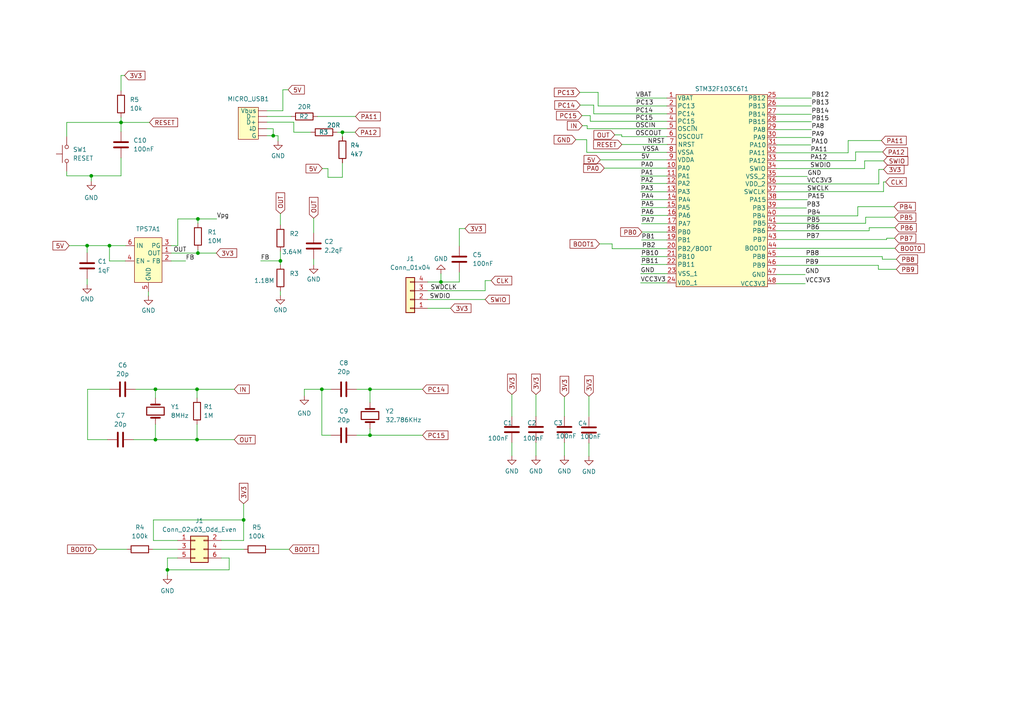
<source format=kicad_sch>
(kicad_sch (version 20230121) (generator eeschema)
  (paper "A4")
  (lib_symbols
    (symbol "Connector_Generic:Conn_01x04" (pin_names (offset 1.016) hide)
      (property "Reference" "J" (at 0 5.08 0))
      (property "Value" "Conn_01x04" (at 0 -7.62 0))
      (symbol "Conn_01x04_1_1"
        (rectangle (start -1.27 -4.953) (end 0 -5.207) (stroke (width 0.1524)))
        (rectangle (start -1.27 -2.413) (end 0 -2.667) (stroke (width 0.1524)))
        (rectangle (start -1.27 0.127) (end 0 -0.127) (stroke (width 0.1524)))
        (rectangle (start -1.27 2.667) (end 0 2.413) (stroke (width 0.1524)))
        (rectangle (start -1.27 3.81) (end 1.27 -6.35) (stroke (width 0.254)) (fill (type background)))
        (pin passive line (at -5.08 2.54 0) (length 3.81) (name "Pin_1") (number "1"))
        (pin passive line (at -5.08 0 0) (length 3.81) (name "Pin_2") (number "2"))
        (pin passive line (at -5.08 -2.54 0) (length 3.81) (name "Pin_3") (number "3"))
        (pin passive line (at -5.08 -5.08 0) (length 3.81) (name "Pin_4") (number "4"))
      )
    )
    (symbol "Connector_Generic:Conn_02x03_Odd_Even" (pin_names (offset 1.016) hide)
      (property "Reference" "J" (at 1.27 5.08 0))
      (property "Value" "Conn_02x03_Odd_Even" (at 1.27 -5.08 0))
      (symbol "Conn_02x03_Odd_Even_1_1"
        (rectangle (start -1.27 -2.413) (end 0 -2.667) (stroke (width 0.1524)))
        (rectangle (start -1.27 0.127) (end 0 -0.127) (stroke (width 0.1524)))
        (rectangle (start -1.27 2.667) (end 0 2.413) (stroke (width 0.1524)))
        (rectangle (start -1.27 3.81) (end 3.81 -3.81) (stroke (width 0.254)) (fill (type background)))
        (rectangle (start 3.81 -2.413) (end 2.54 -2.667) (stroke (width 0.1524)))
        (rectangle (start 3.81 0.127) (end 2.54 -0.127) (stroke (width 0.1524)))
        (rectangle (start 3.81 2.667) (end 2.54 2.413) (stroke (width 0.1524)))
        (pin passive line (at -5.08 2.54 0) (length 3.81) (name "Pin_1") (number "1"))
        (pin passive line (at 7.62 2.54 180) (length 3.81) (name "Pin_2") (number "2"))
        (pin passive line (at -5.08 0 0) (length 3.81) (name "Pin_3") (number "3"))
        (pin passive line (at 7.62 0 180) (length 3.81) (name "Pin_4") (number "4"))
        (pin passive line (at -5.08 -2.54 0) (length 3.81) (name "Pin_5") (number "5"))
        (pin passive line (at 7.62 -2.54 180) (length 3.81) (name "Pin_6") (number "6"))
      )
    )
    (symbol "Device:C" (pin_numbers hide) (pin_names (offset 0.254))
      (property "Reference" "C" (at 0.635 2.54 0))
      (property "Value" "C" (at 0.635 -2.54 0))
      (symbol "C_0_1"
        (polyline (pts (xy -2.032 -0.762) (xy 2.032 -0.762)) (stroke (width 0.508)))
        (polyline (pts (xy -2.032 0.762) (xy 2.032 0.762)) (stroke (width 0.508)))
      )
      (symbol "C_1_1"
        (pin passive line (at 0 3.81 270) (length 2.794) (name "~") (number "1"))
        (pin passive line (at 0 -3.81 90) (length 2.794) (name "~") (number "2"))
      )
    )
    (symbol "Device:Crystal" (pin_numbers hide) (pin_names (offset 1.016) hide)
      (property "Reference" "Y" (at 0 3.81 0))
      (property "Value" "Crystal" (at 0 -3.81 0))
      (symbol "Crystal_0_1"
        (rectangle (start -1.143 2.54) (end 1.143 -2.54) (stroke (width 0.3048)))
        (polyline (pts (xy -2.54 0) (xy -1.905 0)))
        (polyline (pts (xy -1.905 -1.27) (xy -1.905 1.27)) (stroke (width 0.508)))
        (polyline (pts (xy 1.905 -1.27) (xy 1.905 1.27)) (stroke (width 0.508)))
        (polyline (pts (xy 2.54 0) (xy 1.905 0)))
      )
      (symbol "Crystal_1_1"
        (pin passive line (at -3.81 0 0) (length 1.27) (name "1") (number "1"))
        (pin passive line (at 3.81 0 180) (length 1.27) (name "2") (number "2"))
      )
    )
    (symbol "Device:R" (pin_numbers hide) (pin_names (offset 0))
      (property "Reference" "R" (at 2.032 0 90))
      (property "Value" "R" (at 0 0 90))
      (symbol "R_0_1"
        (rectangle (start -1.016 -2.54) (end 1.016 2.54) (stroke (width 0.254)))
      )
      (symbol "R_1_1"
        (pin passive line (at 0 3.81 270) (length 1.27) (name "~") (number "1"))
        (pin passive line (at 0 -3.81 90) (length 1.27) (name "~") (number "2"))
      )
    )
    (symbol "STM32F103C6:STM32F103C6"
      (property "Reference" "STM32F103C6T8" (at 0.127 27.178 0))
      (symbol "STM32F103C6_1_1"
        (rectangle (start -13.208 25.781) (end 13.335 -29.972) (fill (type background)))
        (pin bidirectional line (at -15.875 24.765 0) (length 2.54) (name "VBAT") (number "1"))
        (pin bidirectional line (at -15.875 4.445 0) (length 2.54) (name "PA0") (number "10"))
        (pin bidirectional line (at -15.875 2.159 0) (length 2.54) (name "PA1") (number "11"))
        (pin bidirectional line (at -15.875 0 0) (length 2.54) (name "PA2") (number "12"))
        (pin bidirectional line (at -15.875 -2.413 0) (length 2.54) (name "PA3") (number "13"))
        (pin bidirectional line (at -15.748 -4.699 0) (length 2.54) (name "PA4") (number "14"))
        (pin bidirectional line (at -15.875 -6.985 0) (length 2.54) (name "PA5") (number "15"))
        (pin bidirectional line (at -15.748 -9.271 0) (length 2.54) (name "PA6") (number "16"))
        (pin bidirectional line (at -15.748 -11.684 0) (length 2.54) (name "PA7") (number "17"))
        (pin bidirectional line (at -15.875 -14.097 0) (length 2.54) (name "PB0") (number "18"))
        (pin bidirectional line (at -15.875 -16.383 0) (length 2.54) (name "PB1") (number "19"))
        (pin bidirectional line (at -15.875 22.479 0) (length 2.54) (name "PC13") (number "2"))
        (pin bidirectional line (at -15.875 -18.923 0) (length 2.54) (name "PB2/BOOT") (number "20"))
        (pin bidirectional line (at -15.875 -21.209 0) (length 2.54) (name "PB10") (number "21"))
        (pin bidirectional line (at -15.875 -23.495 0) (length 2.54) (name "PB11") (number "22"))
        (pin bidirectional line (at -15.748 -26.162 0) (length 2.54) (name "VSS_1") (number "23"))
        (pin bidirectional line (at -15.875 -28.829 0) (length 2.54) (name "VDD_1") (number "24"))
        (pin bidirectional line (at 15.875 24.765 180) (length 2.54) (name "PB12") (number "25"))
        (pin bidirectional line (at 15.875 22.479 180) (length 2.54) (name "PB13") (number "26"))
        (pin bidirectional line (at 15.875 20.066 180) (length 2.54) (name "PB14") (number "27"))
        (pin bidirectional line (at 15.875 17.907 180) (length 2.54) (name "PB15") (number "28"))
        (pin bidirectional line (at 15.875 15.621 180) (length 2.54) (name "PA8") (number "29"))
        (pin bidirectional line (at -15.875 20.193 0) (length 2.54) (name "PC14") (number "3"))
        (pin bidirectional line (at 15.875 13.335 180) (length 2.54) (name "PA9") (number "30"))
        (pin bidirectional line (at 16.002 11.176 180) (length 2.54) (name "PA10") (number "31"))
        (pin bidirectional line (at 15.875 8.89 180) (length 2.54) (name "PA11") (number "32"))
        (pin bidirectional line (at 15.875 6.604 180) (length 2.54) (name "PA12") (number "33"))
        (pin bidirectional line (at 15.875 4.318 180) (length 2.54) (name "SWIO") (number "34"))
        (pin bidirectional line (at 15.875 2.032 180) (length 2.54) (name "VSS_2") (number "35"))
        (pin bidirectional line (at 15.875 -0.127 180) (length 2.54) (name "VDD_2") (number "36"))
        (pin bidirectional line (at 15.875 -2.413 180) (length 2.54) (name "SWCLK") (number "37"))
        (pin bidirectional line (at 16.002 -4.699 180) (length 2.54) (name "PA15") (number "38"))
        (pin bidirectional line (at 15.875 -7.112 180) (length 2.54) (name "PB3") (number "39"))
        (pin bidirectional line (at -15.875 18.034 0) (length 2.54) (name "PC15") (number "4"))
        (pin bidirectional line (at 15.875 -9.398 180) (length 2.54) (name "PB4") (number "40"))
        (pin bidirectional line (at 16.002 -11.557 180) (length 2.54) (name "PB5") (number "41"))
        (pin bidirectional line (at 15.875 -13.716 180) (length 2.54) (name "PB6") (number "42"))
        (pin bidirectional line (at 16.002 -16.256 180) (length 2.54) (name "PB7") (number "43"))
        (pin bidirectional line (at 16.002 -18.796 180) (length 2.54) (name "BOOT0") (number "44"))
        (pin bidirectional line (at 15.875 -21.209 180) (length 2.54) (name "PB8") (number "45"))
        (pin bidirectional line (at 15.875 -23.749 180) (length 2.54) (name "PB9") (number "46"))
        (pin bidirectional line (at 15.875 -26.416 180) (length 2.54) (name "GND") (number "47"))
        (pin bidirectional line (at 15.875 -29.083 180) (length 2.54) (name "VCC3V3") (number "48"))
        (pin bidirectional line (at -15.875 15.875 0) (length 2.54) (name "OSCIN") (number "5"))
        (pin bidirectional line (at -15.875 13.589 0) (length 2.54) (name "OSCOUT") (number "6"))
        (pin bidirectional line (at -15.748 11.303 0) (length 2.54) (name "NRST") (number "7"))
        (pin bidirectional line (at -15.875 9.017 0) (length 2.54) (name "VSSA") (number "8"))
        (pin bidirectional line (at -15.875 6.858 0) (length 2.54) (name "VDDA") (number "9"))
      )
    )
    (symbol "Switch:SW_Push" (pin_numbers hide) (pin_names (offset 1.016) hide)
      (property "Reference" "SW" (at 1.27 2.54 0))
      (property "Value" "SW_Push" (at 0 -1.524 0))
      (symbol "SW_Push_0_1"
        (circle (center -2.032 0) (radius 0.508))
        (polyline (pts (xy 0 1.27) (xy 0 3.048)))
        (polyline (pts (xy 2.54 1.27) (xy -2.54 1.27)))
        (circle (center 2.032 0) (radius 0.508))
        (pin passive line (at -5.08 0 0) (length 2.54) (name "1") (number "1"))
        (pin passive line (at 5.08 0 180) (length 2.54) (name "2") (number "2"))
      )
    )
    (symbol "TPS7A26:TPS7A26"
      (property "Reference" "TPS7A26" (at 0 8.001 0))
      (symbol "TPS7A26_1_1"
        (rectangle (start -4.064 6.731) (end 3.937 -6.223) (fill (type background)))
        (pin output line (at 6.604 2.286 180) (length 2.54) (name "OUT") (number "1"))
        (pin input line (at 6.604 0 180) (length 2.54) (name "FB") (number "2"))
        (pin output line (at 6.604 4.445 180) (length 2.54) (name "PG") (number "3"))
        (pin input line (at -6.731 0 0) (length 2.54) (name "EN") (number "4"))
        (pin bidirectional line (at 0 -8.89 90) (length 2.54) (name "GND") (number "5"))
        (pin input line (at -6.604 4.445 0) (length 2.54) (name "IN") (number "6"))
      )
    )
    (symbol "USB_MICRO_SYMBOL:MICRO_USB"
      (property "Reference" "MICRO_USB" (at 0.381 6.223 0))
      (symbol "MICRO_USB_1_1"
        (rectangle (start -3.048 4.318) (end 2.794 -4.953) (fill (type background)))
        (pin bidirectional line (at 5.334 0 180) (length 2.54) (name "D+") (number ""))
        (pin bidirectional line (at 5.334 1.651 180) (length 2.54) (name "D-") (number ""))
        (pin bidirectional line (at 5.334 -3.937 180) (length 2.54) (name "G") (number ""))
        (pin bidirectional line (at 5.334 -1.905 180) (length 2.54) (name "ID") (number ""))
        (pin bidirectional line (at 5.334 3.302 180) (length 2.54) (name "Vbus") (number ""))
      )
    )
    (symbol "power:GND" (power) (pin_names (offset 0))
      (property "Value" "GND" (at 0 -3.81 0))
      (symbol "GND_0_1"
        (polyline (pts (xy 0 0) (xy 0 -1.27) (xy 1.27 -1.27) (xy 0 -2.54) (xy -1.27 -1.27) (xy 0 -1.27)))
      )
      (symbol "GND_1_1"
        (pin power_in line (at 0 0 270) (length 0) hide (name "GND") (number "1"))
      )
    )
  )
  (junction (at 45.085 112.903))
  (junction (at 99.314 38.354))
  (junction (at 31.75 71.247))
  (junction (at 35.1028 35.5092))
  (junction (at 107.315 112.903))
  (junction (at 45.085 127.508))
  (junction (at 26.4668 51.0032))
  (junction (at 93.345 112.903))
  (junction (at 79.248 39.37))
  (junction (at 127.889 81.788))
  (junction (at 81.3308 75.6666))
  (junction (at 107.315 126.238))
  (junction (at 57.15 112.903))
  (junction (at 70.6628 150.7998))
  (junction (at 57.404 73.406))
  (junction (at 25.273 71.247))
  (junction (at 57.404 63.5))
  (junction (at 48.5648 165.2778))
  (junction (at 57.15 127.508))
  (wire (pts (xy 172.212 33.02) (xy 172.212 30.48)))
  (wire (pts (xy 225.171 76.962) (xy 254.762 76.962)))
  (wire (pts (xy 35.1028 35.5092) (xy 43.3578 35.5092)))
  (wire (pts (xy 48.5648 165.2778) (xy 48.5648 166.8018)))
  (wire (pts (xy 57.404 63.5) (xy 62.865 63.5)))
  (wire (pts (xy 93.345 112.903) (xy 95.885 112.903)))
  (wire (pts (xy 57.15 112.903) (xy 67.945 112.903)))
  (wire (pts (xy 254.762 78.105) (xy 259.969 78.105)))
  (wire (pts (xy 82.042 26.035) (xy 83.566 26.035)))
  (wire (pts (xy 93.345 126.238) (xy 93.345 112.903)))
  (wire (pts (xy 57.15 127.508) (xy 45.085 127.508)))
  (wire (pts (xy 49.657 71.247) (xy 51.562 71.247)))
  (wire (pts (xy 57.15 127.508) (xy 67.945 127.508)))
  (wire (pts (xy 173.863 70.739) (xy 177.546 70.739)))
  (wire (pts (xy 51.4858 156.7688) (xy 44.5008 156.7688)))
  (wire (pts (xy 163.703 115.062) (xy 163.703 120.777)))
  (wire (pts (xy 171.196 35.179) (xy 171.196 33.528)))
  (wire (pts (xy 85.217 35.433) (xy 85.217 38.354)))
  (wire (pts (xy 133.223 78.994) (xy 133.223 81.788)))
  (wire (pts (xy 225.171 51.181) (xy 234.188 51.181)))
  (wire (pts (xy 77.47 35.433) (xy 85.217 35.433)))
  (wire (pts (xy 51.562 63.5) (xy 51.562 71.247)))
  (wire (pts (xy 225.171 35.306) (xy 235.331 35.306)))
  (wire (pts (xy 225.171 28.448) (xy 235.331 28.448)))
  (wire (pts (xy 43.053 84.582) (xy 43.053 85.852)))
  (wire (pts (xy 127.889 81.788) (xy 133.223 81.788)))
  (wire (pts (xy 77.47 39.37) (xy 79.248 39.37)))
  (wire (pts (xy 35.1028 45.7962) (xy 35.1028 51.0032)))
  (wire (pts (xy 35.1028 21.8948) (xy 35.1028 26.3652)))
  (wire (pts (xy 140.716 81.3816) (xy 142.4432 81.3816)))
  (wire (pts (xy 180.34 41.91) (xy 193.548 41.91)))
  (wire (pts (xy 225.171 53.34) (xy 254.889 53.34)))
  (wire (pts (xy 70.6628 146.1008) (xy 70.6628 150.7998)))
  (wire (pts (xy 107.315 126.238) (xy 103.505 126.238)))
  (wire (pts (xy 193.421 72.136) (xy 177.546 72.136)))
  (wire (pts (xy 248.793 59.944) (xy 248.793 62.611)))
  (wire (pts (xy 148.463 128.397) (xy 148.463 132.207)))
  (wire (pts (xy 49.657 73.406) (xy 57.404 73.406)))
  (wire (pts (xy 167.005 40.513) (xy 170.18 40.513)))
  (wire (pts (xy 185.928 74.422) (xy 193.421 74.422)))
  (wire (pts (xy 26.4668 52.5272) (xy 26.4668 51.0032)))
  (wire (pts (xy 77.47 37.338) (xy 79.248 37.338)))
  (wire (pts (xy 95.885 126.238) (xy 93.345 126.238)))
  (wire (pts (xy 250.7742 48.895) (xy 250.7742 46.6598)))
  (wire (pts (xy 57.404 64.77) (xy 57.404 63.5)))
  (wire (pts (xy 133.223 66.294) (xy 134.874 66.294)))
  (wire (pts (xy 80.645 39.37) (xy 80.645 40.894)))
  (wire (pts (xy 170.815 128.524) (xy 170.815 132.334)))
  (wire (pts (xy 90.9828 76.8096) (xy 90.9828 75.1586)))
  (wire (pts (xy 107.315 112.903) (xy 103.505 112.903)))
  (wire (pts (xy 168.275 30.48) (xy 172.212 30.48)))
  (wire (pts (xy 185.928 76.708) (xy 193.421 76.708)))
  (wire (pts (xy 248.158 46.609) (xy 248.158 44.069)))
  (wire (pts (xy 64.1858 161.8488) (xy 66.4718 161.8488)))
  (wire (pts (xy 185.801 82.042) (xy 193.421 82.042)))
  (wire (pts (xy 225.298 69.469) (xy 257.175 69.469)))
  (wire (pts (xy 155.448 128.397) (xy 155.448 132.207)))
  (wire (pts (xy 180.34 39.116) (xy 178.308 39.116)))
  (wire (pts (xy 25.4 112.903) (xy 25.4 127.508)))
  (wire (pts (xy 25.4 127.508) (xy 31.115 127.508)))
  (wire (pts (xy 254.889 53.34) (xy 254.889 49.149)))
  (wire (pts (xy 107.315 116.713) (xy 107.315 112.903)))
  (wire (pts (xy 19.3548 39.5732) (xy 19.3548 35.5092)))
  (wire (pts (xy 97.79 38.354) (xy 99.314 38.354)))
  (wire (pts (xy 107.315 112.903) (xy 122.555 112.903)))
  (wire (pts (xy 225.171 74.422) (xy 255.905 74.422)))
  (wire (pts (xy 251.079 62.992) (xy 251.079 64.77)))
  (wire (pts (xy 252.095 66.929) (xy 252.095 66.04)))
  (wire (pts (xy 81.3308 72.8726) (xy 81.3308 75.6666)))
  (wire (pts (xy 20.066 71.247) (xy 25.273 71.247)))
  (wire (pts (xy 170.18 44.196) (xy 170.18 40.513)))
  (wire (pts (xy 185.801 79.375) (xy 193.548 79.375)))
  (wire (pts (xy 82.042 26.035) (xy 82.042 32.131)))
  (wire (pts (xy 184.404 28.448) (xy 193.421 28.448)))
  (wire (pts (xy 177.546 72.136) (xy 177.546 70.739)))
  (wire (pts (xy 31.75 75.692) (xy 31.75 71.247)))
  (wire (pts (xy 124.079 89.408) (xy 130.683 89.408)))
  (wire (pts (xy 19.3548 49.7332) (xy 19.3548 51.0032)))
  (wire (pts (xy 175.26 48.768) (xy 193.421 48.768)))
  (wire (pts (xy 81.3308 61.976) (xy 81.3308 65.2526)))
  (wire (pts (xy 185.928 62.484) (xy 193.548 62.484)))
  (wire (pts (xy 99.314 38.354) (xy 102.997 38.354)))
  (wire (pts (xy 225.298 42.037) (xy 235.204 42.037)))
  (wire (pts (xy 19.3548 35.5092) (xy 35.1028 35.5092)))
  (wire (pts (xy 95.123 48.895) (xy 95.123 51.435)))
  (wire (pts (xy 124.079 84.328) (xy 140.716 84.328)))
  (wire (pts (xy 225.171 79.629) (xy 233.553 79.629)))
  (wire (pts (xy 51.562 63.5) (xy 57.404 63.5)))
  (wire (pts (xy 225.171 37.592) (xy 235.331 37.592)))
  (wire (pts (xy 172.212 33.02) (xy 193.421 33.02)))
  (wire (pts (xy 70.6628 150.7998) (xy 70.6628 156.7688)))
  (wire (pts (xy 45.085 115.443) (xy 45.085 112.903)))
  (wire (pts (xy 185.801 53.213) (xy 193.421 53.213)))
  (wire (pts (xy 225.171 62.611) (xy 248.793 62.611)))
  (wire (pts (xy 225.171 82.296) (xy 233.553 82.296)))
  (wire (pts (xy 31.75 71.247) (xy 36.449 71.247)))
  (wire (pts (xy 124.079 86.868) (xy 140.716 86.868)))
  (wire (pts (xy 99.314 39.624) (xy 99.314 38.354)))
  (wire (pts (xy 170.307 37.338) (xy 170.307 36.449)))
  (wire (pts (xy 225.171 44.323) (xy 245.999 44.323)))
  (wire (pts (xy 255.905 74.422) (xy 255.905 75.184)))
  (wire (pts (xy 225.171 55.626) (xy 234.061 55.626)))
  (wire (pts (xy 140.716 84.328) (xy 140.716 81.3816)))
  (wire (pts (xy 225.171 39.878) (xy 235.331 39.878)))
  (wire (pts (xy 79.248 39.37) (xy 80.645 39.37)))
  (wire (pts (xy 81.3308 76.8096) (xy 81.3308 75.6666)))
  (wire (pts (xy 77.47 32.131) (xy 82.042 32.131)))
  (wire (pts (xy 107.315 126.238) (xy 122.555 126.238)))
  (wire (pts (xy 45.085 112.903) (xy 39.37 112.903)))
  (wire (pts (xy 155.448 114.427) (xy 155.448 120.777)))
  (wire (pts (xy 49.657 75.692) (xy 53.848 75.692)))
  (wire (pts (xy 252.095 66.04) (xy 259.588 66.04)))
  (wire (pts (xy 225.171 66.929) (xy 252.095 66.929)))
  (wire (pts (xy 44.5008 150.7998) (xy 70.6628 150.7998)))
  (wire (pts (xy 64.1858 159.3088) (xy 70.6628 159.3088)))
  (wire (pts (xy 185.801 51.054) (xy 193.421 51.054)))
  (wire (pts (xy 225.298 64.77) (xy 251.079 64.77)))
  (wire (pts (xy 245.999 44.323) (xy 245.999 40.767)))
  (wire (pts (xy 90.9828 63.2968) (xy 90.9828 67.5386)))
  (wire (pts (xy 225.171 30.734) (xy 235.331 30.734)))
  (wire (pts (xy 257.175 69.469) (xy 257.175 69.088)))
  (wire (pts (xy 185.928 60.198) (xy 193.421 60.198)))
  (wire (pts (xy 64.1858 156.7688) (xy 70.6628 156.7688)))
  (wire (pts (xy 88.265 112.903) (xy 88.265 114.808)))
  (wire (pts (xy 35.1028 21.8948) (xy 36.1188 21.8948)))
  (wire (pts (xy 35.1028 35.5092) (xy 35.1028 38.1762)))
  (wire (pts (xy 248.158 44.069) (xy 256.032 44.069)))
  (wire (pts (xy 26.4668 51.0032) (xy 35.1028 51.0032)))
  (wire (pts (xy 148.463 114.427) (xy 148.463 120.777)))
  (wire (pts (xy 44.5008 150.7998) (xy 44.5008 156.7688)))
  (wire (pts (xy 66.4718 165.2778) (xy 48.5648 165.2778)))
  (wire (pts (xy 168.148 26.797) (xy 173.482 26.797)))
  (wire (pts (xy 93.345 112.903) (xy 88.265 112.903)))
  (wire (pts (xy 57.15 112.903) (xy 45.085 112.903)))
  (wire (pts (xy 180.34 39.624) (xy 180.34 39.116)))
  (wire (pts (xy 225.171 48.895) (xy 250.7742 48.895)))
  (wire (pts (xy 234.0102 55.5752) (xy 256.2606 55.5752)))
  (wire (pts (xy 186.182 67.31) (xy 193.421 67.31)))
  (wire (pts (xy 28.1178 159.3088) (xy 36.7538 159.3088)))
  (wire (pts (xy 78.2828 159.3088) (xy 83.8708 159.3088)))
  (wire (pts (xy 85.217 38.354) (xy 90.17 38.354)))
  (wire (pts (xy 79.248 37.338) (xy 79.248 39.37)))
  (wire (pts (xy 44.3738 159.3088) (xy 51.4858 159.3088)))
  (wire (pts (xy 81.3308 84.4296) (xy 81.3308 85.6996)))
  (wire (pts (xy 225.171 33.147) (xy 235.331 33.147)))
  (wire (pts (xy 124.079 81.788) (xy 127.889 81.788)))
  (wire (pts (xy 186.055 64.897) (xy 193.548 64.897)))
  (wire (pts (xy 171.196 35.179) (xy 193.421 35.179)))
  (wire (pts (xy 99.314 47.244) (xy 99.314 51.435)))
  (wire (pts (xy 25.273 71.247) (xy 31.75 71.247)))
  (wire (pts (xy 168.91 36.449) (xy 170.307 36.449)))
  (wire (pts (xy 256.2606 55.5752) (xy 256.2606 52.7812)))
  (wire (pts (xy 45.085 127.508) (xy 38.735 127.508)))
  (wire (pts (xy 225.298 72.009) (xy 259.588 72.009)))
  (wire (pts (xy 173.482 30.734) (xy 173.482 26.797)))
  (wire (pts (xy 57.15 123.063) (xy 57.15 127.508)))
  (wire (pts (xy 48.5648 161.8488) (xy 48.5648 165.2778)))
  (wire (pts (xy 225.171 46.609) (xy 248.158 46.609)))
  (wire (pts (xy 35.1028 35.5092) (xy 35.1028 33.9852)))
  (wire (pts (xy 31.75 112.903) (xy 25.4 112.903)))
  (wire (pts (xy 170.307 37.338) (xy 193.421 37.338)))
  (wire (pts (xy 257.175 69.088) (xy 259.461 69.088)))
  (wire (pts (xy 133.223 66.294) (xy 133.223 71.374)))
  (wire (pts (xy 107.315 124.333) (xy 107.315 126.238)))
  (wire (pts (xy 170.815 114.935) (xy 170.815 120.777)))
  (wire (pts (xy 57.15 115.443) (xy 57.15 112.903)))
  (wire (pts (xy 250.7742 46.6598) (xy 256.3114 46.6598)))
  (wire (pts (xy 25.273 71.247) (xy 25.273 73.279)))
  (wire (pts (xy 57.404 73.406) (xy 62.738 73.406)))
  (wire (pts (xy 173.482 30.734) (xy 193.421 30.734)))
  (wire (pts (xy 99.314 51.435) (xy 95.123 51.435)))
  (wire (pts (xy 255.905 75.184) (xy 259.969 75.184)))
  (wire (pts (xy 185.801 55.626) (xy 193.421 55.626)))
  (wire (pts (xy 225.171 60.325) (xy 233.934 60.325)))
  (wire (pts (xy 245.999 40.767) (xy 255.651 40.767)))
  (wire (pts (xy 225.298 57.912) (xy 234.188 57.912)))
  (wire (pts (xy 259.461 62.992) (xy 251.079 62.992)))
  (wire (pts (xy 92.075 33.782) (xy 103.124 33.782)))
  (wire (pts (xy 248.793 59.944) (xy 259.334 59.944)))
  (wire (pts (xy 254.762 76.962) (xy 254.762 78.105)))
  (wire (pts (xy 66.4718 161.8488) (xy 66.4718 165.2778)))
  (wire (pts (xy 19.3548 51.0032) (xy 26.4668 51.0032)))
  (wire (pts (xy 77.47 33.782) (xy 84.455 33.782)))
  (wire (pts (xy 174.117 46.355) (xy 193.421 46.355)))
  (wire (pts (xy 57.404 72.39) (xy 57.404 73.406)))
  (wire (pts (xy 168.783 33.528) (xy 171.196 33.528)))
  (wire (pts (xy 48.5648 161.8488) (xy 51.4858 161.8488)))
  (wire (pts (xy 25.273 80.899) (xy 25.273 82.55)))
  (wire (pts (xy 254.889 49.149) (xy 256.286 49.149)))
  (wire (pts (xy 185.928 57.912) (xy 193.548 57.912)))
  (wire (pts (xy 170.18 44.196) (xy 193.421 44.196)))
  (wire (pts (xy 127.889 79.375) (xy 127.889 81.788)))
  (wire (pts (xy 75.6158 75.6666) (xy 81.3308 75.6666)))
  (wire (pts (xy 163.703 128.397) (xy 163.703 132.207)))
  (wire (pts (xy 36.322 75.692) (xy 31.75 75.692)))
  (wire (pts (xy 180.34 39.624) (xy 193.421 39.624)))
  (wire (pts (xy 186.055 69.596) (xy 193.421 69.596)))
  (wire (pts (xy 45.085 123.063) (xy 45.085 127.508)))
  (wire (pts (xy 256.2606 52.7812) (xy 256.8702 52.7812)))
  (wire (pts (xy 95.123 48.895) (xy 93.472 48.895)))
  (label "PB5" (at 233.934 64.77 0))
  (label "PA8" (at 235.331 37.592 0))
  (label "PA12" (at 234.95 46.609 0))
  (label "VSSA" (at 186.309 44.196 0))
  (label "PB4" (at 234.061 62.611 0))
  (label "PA10" (at 235.204 42.037 0))
  (label "PB1" (at 186.055 69.596 0))
  (label "PB2" (at 186.182 72.136 0))
  (label "OUT" (at 50.292 73.406 0))
  (label "PB9" (at 233.553 76.962 0))
  (label "VCC3V3" (at 234.061 53.34 0))
  (label "GND" (at 233.553 79.629 0))
  (label "PA15" (at 234.188 57.912 0))
  (label "PA3" (at 185.801 55.626 0))
  (label "PC15" (at 184.277 35.179 0))
  (label "PA5" (at 185.928 60.198 0))
  (label "PC14" (at 184.277 33.02 0))
  (label "5V" (at 185.928 46.355 0))
  (label "PA0" (at 185.801 48.768 0))
  (label "NRST" (at 187.833 41.91 0))
  (label "SWDCLK" (at 124.841 84.328 0))
  (label "PA6" (at 185.928 62.484 0))
  (label "VCC3V3" (at 185.801 82.042 0))
  (label "PB6" (at 233.807 66.929 0))
  (label "VBAT" (at 184.404 28.448 0))
  (label "GND" (at 185.801 79.375 0))
  (label "PB15" (at 235.331 35.306 0))
  (label "VCC3V3" (at 233.553 82.296 0))
  (label "FB" (at 75.6158 75.6666 0))
  (label "PA2" (at 185.801 53.213 0))
  (label "PA11" (at 235.077 44.323 0))
  (label "PA1" (at 185.801 51.054 0))
  (label "PB10" (at 185.928 74.422 0))
  (label "PA9" (at 235.331 39.878 0))
  (label "SWDIO" (at 124.587 86.868 0))
  (label "SWCLK" (at 234.061 55.626 0))
  (label "Vpg" (at 62.865 63.5 0))
  (label "FB" (at 53.848 75.692 0))
  (label "OSCIN" (at 184.277 37.338 0))
  (label "SWDIO" (at 234.95 48.895 0))
  (label "PB7" (at 233.807 69.469 0))
  (label "PB12" (at 235.331 28.448 0))
  (label "PB11" (at 185.928 76.708 0))
  (label "PC13" (at 184.404 30.734 0))
  (label "PB14" (at 235.331 33.147 0))
  (label "PA4" (at 185.928 57.912 0))
  (label "PB13" (at 235.331 30.734 0))
  (label "PB3" (at 233.934 60.325 0))
  (label "OSCOUT" (at 184.277 39.624 0))
  (label "GND" (at 234.188 51.181 0))
  (label "PB8" (at 233.68 74.422 0))
  (label "PA7" (at 186.055 64.897 0))
  (global_label "BOOT0" (shape input) (at 28.1178 159.3088 180) (property "Intersheetrefs" "${INTERSHEET_REFS}" (effects hide)))
  (global_label "OUT" (shape input) (at 81.3308 61.976 90) (property "Intersheetrefs" "${INTERSHEET_REFS}" (effects hide)))
  (global_label "PC14" (shape input) (at 168.275 30.48 180) (property "Intersheetrefs" "${INTERSHEET_REFS}" (effects hide)))
  (global_label "3V3" (shape input) (at 62.738 73.406 0) (property "Intersheetrefs" "${INTERSHEET_REFS}" (effects hide)))
  (global_label "PC13" (shape input) (at 168.148 26.797 180) (property "Intersheetrefs" "${INTERSHEET_REFS}" (effects hide)))
  (global_label "CLK" (shape input) (at 256.8702 52.7812 0) (property "Intersheetrefs" "${INTERSHEET_REFS}" (effects hide)))
  (global_label "RESET" (shape input) (at 43.3578 35.5092 0) (property "Intersheetrefs" "${INTERSHEET_REFS}" (effects hide)))
  (global_label "SWIO" (shape input) (at 256.3114 46.6598 0) (property "Intersheetrefs" "${INTERSHEET_REFS}" (effects hide)))
  (global_label "PB4" (shape input) (at 259.334 59.944 0) (property "Intersheetrefs" "${INTERSHEET_REFS}" (effects hide)))
  (global_label "OUT" (shape input) (at 90.9828 63.2968 90) (property "Intersheetrefs" "${INTERSHEET_REFS}" (effects hide)))
  (global_label "PA12" (shape input) (at 102.997 38.354 0) (property "Intersheetrefs" "${INTERSHEET_REFS}" (effects hide)))
  (global_label "BOOT1" (shape input) (at 173.863 70.739 180) (property "Intersheetrefs" "${INTERSHEET_REFS}" (effects hide)))
  (global_label "PC15" (shape input) (at 168.783 33.528 180) (property "Intersheetrefs" "${INTERSHEET_REFS}" (effects hide)))
  (global_label "PC15" (shape input) (at 122.555 126.238 0) (property "Intersheetrefs" "${INTERSHEET_REFS}" (effects hide)))
  (global_label "OUT" (shape input) (at 67.945 127.508 0) (property "Intersheetrefs" "${INTERSHEET_REFS}" (effects hide)))
  (global_label "OUT" (shape input) (at 178.308 39.116 180) (property "Intersheetrefs" "${INTERSHEET_REFS}" (effects hide)))
  (global_label "3V3" (shape input) (at 163.703 115.062 90) (property "Intersheetrefs" "${INTERSHEET_REFS}" (effects hide)))
  (global_label "PA0" (shape input) (at 175.26 48.768 180) (property "Intersheetrefs" "${INTERSHEET_REFS}" (effects hide)))
  (global_label "5V" (shape input) (at 83.566 26.035 0) (property "Intersheetrefs" "${INTERSHEET_REFS}" (effects hide)))
  (global_label "IN" (shape input) (at 67.945 112.903 0) (property "Intersheetrefs" "${INTERSHEET_REFS}" (effects hide)))
  (global_label "PA11" (shape input) (at 103.124 33.782 0) (property "Intersheetrefs" "${INTERSHEET_REFS}" (effects hide)))
  (global_label "PA11" (shape input) (at 255.651 40.767 0) (property "Intersheetrefs" "${INTERSHEET_REFS}" (effects hide)))
  (global_label "3V3" (shape input) (at 256.286 49.149 0) (property "Intersheetrefs" "${INTERSHEET_REFS}" (effects hide)))
  (global_label "PB7" (shape input) (at 259.461 69.088 0) (property "Intersheetrefs" "${INTERSHEET_REFS}" (effects hide)))
  (global_label "RESET" (shape input) (at 180.34 41.91 180) (property "Intersheetrefs" "${INTERSHEET_REFS}" (effects hide)))
  (global_label "PA12" (shape input) (at 256.032 44.069 0) (property "Intersheetrefs" "${INTERSHEET_REFS}" (effects hide)))
  (global_label "BOOT0" (shape input) (at 259.588 72.009 0) (property "Intersheetrefs" "${INTERSHEET_REFS}" (effects hide)))
  (global_label "3V3" (shape input) (at 155.448 114.427 90) (property "Intersheetrefs" "${INTERSHEET_REFS}" (effects hide)))
  (global_label "5V" (shape input) (at 93.472 48.895 180) (property "Intersheetrefs" "${INTERSHEET_REFS}" (effects hide)))
  (global_label "3V3" (shape input) (at 148.463 114.427 90) (property "Intersheetrefs" "${INTERSHEET_REFS}" (effects hide)))
  (global_label "5V" (shape input) (at 174.117 46.355 180) (property "Intersheetrefs" "${INTERSHEET_REFS}" (effects hide)))
  (global_label "PB8" (shape input) (at 259.969 75.184 0) (property "Intersheetrefs" "${INTERSHEET_REFS}" (effects hide)))
  (global_label "3V3" (shape input) (at 36.1188 21.8948 0) (property "Intersheetrefs" "${INTERSHEET_REFS}" (effects hide)))
  (global_label "PB6" (shape input) (at 259.588 66.04 0) (property "Intersheetrefs" "${INTERSHEET_REFS}" (effects hide)))
  (global_label "3V3" (shape input) (at 170.815 114.935 90) (property "Intersheetrefs" "${INTERSHEET_REFS}" (effects hide)))
  (global_label "IN" (shape input) (at 168.91 36.449 180) (property "Intersheetrefs" "${INTERSHEET_REFS}" (effects hide)))
  (global_label "CLK" (shape input) (at 142.4432 81.3816 0) (property "Intersheetrefs" "${INTERSHEET_REFS}" (effects hide)))
  (global_label "GND" (shape input) (at 167.005 40.513 180) (property "Intersheetrefs" "${INTERSHEET_REFS}" (effects hide)))
  (global_label "BOOT1" (shape input) (at 83.8708 159.3088 0) (property "Intersheetrefs" "${INTERSHEET_REFS}" (effects hide)))
  (global_label "PB9" (shape input) (at 259.969 78.105 0) (property "Intersheetrefs" "${INTERSHEET_REFS}" (effects hide)))
  (global_label "PC14" (shape input) (at 122.555 112.903 0) (property "Intersheetrefs" "${INTERSHEET_REFS}" (effects hide)))
  (global_label "PB0" (shape input) (at 186.182 67.31 180) (property "Intersheetrefs" "${INTERSHEET_REFS}" (effects hide)))
  (global_label "SWIO" (shape input) (at 140.716 86.868 0) (property "Intersheetrefs" "${INTERSHEET_REFS}" (effects hide)))
  (global_label "5V" (shape input) (at 20.066 71.247 180) (property "Intersheetrefs" "${INTERSHEET_REFS}" (effects hide)))
  (global_label "3V3" (shape input) (at 134.874 66.294 0) (property "Intersheetrefs" "${INTERSHEET_REFS}" (effects hide)))
  (global_label "3V3" (shape input) (at 70.6628 146.1008 90) (property "Intersheetrefs" "${INTERSHEET_REFS}" (effects hide)))
  (global_label "3V3" (shape input) (at 130.683 89.408 0) (property "Intersheetrefs" "${INTERSHEET_REFS}" (effects hide)))
  (global_label "PB5" (shape input) (at 259.461 62.992 0) (property "Intersheetrefs" "${INTERSHEET_REFS}" (effects hide)))
  (symbol (lib_id "Device:C") (at 35.1028 41.9862 0) (unit 1)
    (property "Reference" "C10" (at 38.6588 40.7162 0) (effects (justify left)))
    (property "Value" "100nF" (at 38.6588 43.2562 0) (effects (justify left)))
    (property "Footprint" "Capacitor_SMD:C_0603_1608Metric" (effects hide))
    (instances (project "LED CUBE PCB" (path "" (reference "C10") (unit 1)) (path "" (reference "C30") (unit 1))))
  )
  (symbol (lib_id "power:GND") (at 155.448 132.207 0) (unit 1)
    (property "Reference" "#PWR02" (effects hide))
    (property "Value" "GND" (at 155.448 136.652 0))
    (instances (project "LED CUBE PCB" (path "" (reference "#PWR02") (unit 1)) (path "" (reference "#PWR027") (unit 1))))
  )
  (symbol (lib_id "Device:R") (at 99.314 43.434 0) (unit 1)
    (property "Reference" "R4" (at 101.6 42.164 0) (effects (justify left)))
    (property "Value" "4k7" (at 101.6 44.704 0) (effects (justify left)))
    (property "Footprint" "Resistor_SMD:R_0603_1608Metric" (effects hide))
    (instances (project "LED CUBE PCB" (path "" (reference "R4") (unit 1)) (path "" (reference "R9") (unit 1))))
  )
  (symbol (lib_id "power:GND") (at 81.3308 85.6996 0) (unit 1)
    (property "Reference" "#PWR03" (effects hide))
    (property "Value" "GND" (at 81.3308 89.8906 0))
  )
  (symbol (lib_id "Switch:SW_Push") (at 19.3548 44.6532 90) (unit 1)
    (property "Reference" "SW1" (at 21.1328 43.3832 90) (effects (justify right)))
    (property "Value" "RESET" (at 21.1328 45.9232 90) (effects (justify right)))
    (instances (project "LED CUBE PCB" (path "" (reference "SW1") (unit 1)) (path "" (reference "SW2") (unit 1))))
  )
  (symbol (lib_id "Device:R") (at 74.4728 159.3088 90) (unit 1)
    (property "Reference" "R5" (at 74.4728 152.9588 90))
    (property "Value" "100k" (at 74.4728 155.4988 90))
    (property "Footprint" "Resistor_SMD:R_0603_1608Metric" (effects hide))
  )
  (symbol (lib_id "power:GND") (at 48.5648 166.8018 0) (unit 1)
    (property "Reference" "#PWR05" (effects hide))
    (property "Value" "GND" (at 48.5648 171.3738 0))
  )
  (symbol (lib_id "Connector_Generic:Conn_02x03_Odd_Even") (at 56.5658 159.3088 0) (unit 1)
    (property "Reference" "J1" (at 57.8358 151.0538 0))
    (property "Value" "Conn_02x03_Odd_Even" (at 57.8358 153.5938 0))
  )
  (symbol (lib_id "power:GND") (at 43.053 85.852 0) (unit 1)
    (property "Reference" "#PWR02" (effects hide))
    (property "Value" "GND" (at 43.053 90.043 0))
  )
  (symbol (lib_id "power:GND") (at 26.4668 52.5272 0) (unit 1)
    (property "Reference" "#PWR011" (effects hide))
    (property "Value" "GND" (at 26.4668 57.3532 0))
    (instances (project "LED CUBE PCB" (path "" (reference "#PWR011") (unit 1)) (path "" (reference "#PWR035") (unit 1))))
  )
  (symbol (lib_id "Device:R") (at 81.3308 69.0626 0) (unit 1)
    (property "Reference" "R2" (at 83.9978 67.7926 0) (effects (justify left)))
    (property "Value" "3.64M" (at 81.7626 73.0504 0) (effects (justify left)))
    (property "Footprint" "Resistor_SMD:R_0603_1608Metric" (effects hide))
  )
  (symbol (lib_id "USB_MICRO_SYMBOL:MICRO_USB") (at 72.136 35.433 0) (unit 1)
    (property "Reference" "MICRO_USB1" (at 72.009 28.702 0))
    (property "Value" "~" (at 72.771 37.592 0))
    (instances (project "LED CUBE PCB" (path "" (reference "MICRO_USB1") (unit 1)) (path "" (reference "MICRO_USB2") (unit 1))))
  )
  (symbol (lib_id "Device:R") (at 88.265 33.782 270) (unit 1)
    (property "Reference" "R2" (at 88.138 33.782 90))
    (property "Value" "20R" (at 88.265 30.988 90))
    (property "Footprint" "Resistor_SMD:R_0603_1608Metric" (effects hide))
    (instances (project "LED CUBE PCB" (path "" (reference "R2") (unit 1)) (path "" (reference "R7") (unit 1))))
  )
  (symbol (lib_id "Device:C") (at 99.695 112.903 90) (unit 1)
    (property "Reference" "C8" (at 99.695 105.283 90))
    (property "Value" "20p" (at 99.695 107.823 90))
    (property "Footprint" "Capacitor_SMD:C_0603_1608Metric" (effects hide))
    (instances (project "LED CUBE PCB" (path "" (reference "C8") (unit 1)) (path "" (reference "C28") (unit 1))))
  )
  (symbol (lib_id "Device:R") (at 35.1028 30.1752 0) (unit 1)
    (property "Reference" "R5" (at 37.6428 28.9052 0) (effects (justify left)))
    (property "Value" "10k" (at 37.6428 31.4452 0) (effects (justify left)))
    (property "Footprint" "Resistor_SMD:R_0603_1608Metric" (effects hide))
    (instances (project "LED CUBE PCB" (path "" (reference "R5") (unit 1)) (path "" (reference "R10") (unit 1))))
  )
  (symbol (lib_id "power:GND") (at 163.703 132.207 0) (unit 1)
    (property "Reference" "#PWR03" (effects hide))
    (property "Value" "GND" (at 163.703 136.652 0))
    (instances (project "LED CUBE PCB" (path "" (reference "#PWR03") (unit 1)) (path "" (reference "#PWR028") (unit 1))))
  )
  (symbol (lib_id "Device:R") (at 57.15 119.253 0) (unit 1)
    (property "Reference" "R1" (at 59.055 117.983 0) (effects (justify left)))
    (property "Value" "1M" (at 59.055 120.523 0) (effects (justify left)))
    (property "Footprint" "Capacitor_SMD:C_0603_1608Metric" (effects hide))
    (instances (project "LED CUBE PCB" (path "" (reference "R1") (unit 1)) (path "" (reference "R6") (unit 1))))
  )
  (symbol (lib_id "Device:C") (at 90.9828 71.3486 0) (unit 1)
    (property "Reference" "C2" (at 94.0308 70.0786 0) (effects (justify left)))
    (property "Value" "2.2qF" (at 94.0308 72.6186 0) (effects (justify left)))
    (property "Footprint" "Capacitor_SMD:C_0603_1608Metric" (effects hide))
  )
  (symbol (lib_id "power:GND") (at 170.815 132.334 0) (unit 1)
    (property "Reference" "#PWR04" (effects hide))
    (property "Value" "GND" (at 170.815 136.779 0))
    (instances (project "LED CUBE PCB" (path "" (reference "#PWR04") (unit 1)) (path "" (reference "#PWR031") (unit 1))))
  )
  (symbol (lib_id "Device:C") (at 155.448 124.587 0) (unit 1)
    (property "Reference" "C2" (at 152.908 122.682 0) (effects (justify left)))
    (property "Value" "100nF" (at 151.638 127.127 0) (effects (justify left)))
    (property "Footprint" "Capacitor_SMD:C_0603_1608Metric" (effects hide))
    (instances (project "LED CUBE PCB" (path "" (reference "C2") (unit 1)) (path "" (reference "C24") (unit 1))))
  )
  (symbol (lib_id "Device:C") (at 163.703 124.587 0) (unit 1)
    (property "Reference" "C3" (at 160.528 122.682 0) (effects (justify left)))
    (property "Value" "100nF" (at 161.163 126.492 0) (effects (justify left)))
    (property "Footprint" "Capacitor_SMD:C_0603_1608Metric" (effects hide))
    (instances (project "LED CUBE PCB" (path "" (reference "C3") (unit 1)) (path "" (reference "C25") (unit 1))))
  )
  (symbol (lib_id "Device:R") (at 57.404 68.58 0) (unit 1)
    (property "Reference" "R1" (at 60.198 67.31 0) (effects (justify left)))
    (property "Value" "10M" (at 60.198 69.85 0) (effects (justify left)))
    (property "Footprint" "Resistor_SMD:R_0603_1608Metric" (effects hide))
  )
  (symbol (lib_id "Device:C") (at 170.815 124.714 0) (unit 1)
    (property "Reference" "C4" (at 167.64 122.809 0) (effects (justify left)))
    (property "Value" "100nF" (at 168.275 126.619 0) (effects (justify left)))
    (property "Footprint" "Capacitor_SMD:C_0603_1608Metric" (effects hide))
    (instances (project "LED CUBE PCB" (path "" (reference "C4") (unit 1)) (path "" (reference "C26") (unit 1))))
  )
  (symbol (lib_id "Device:C") (at 35.56 112.903 270) (unit 1)
    (property "Reference" "C6" (at 35.56 105.918 90))
    (property "Value" "20p" (at 35.56 108.458 90))
    (property "Footprint" "Capacitor_SMD:C_0603_1608Metric" (effects hide))
    (instances (project "LED CUBE PCB" (path "" (reference "C6") (unit 1)) (path "" (reference "C23") (unit 1))))
  )
  (symbol (lib_id "STM32F103C6:STM32F103C6") (at 209.296 53.213 0) (unit 1)
    (property "Reference" "STM32F103C6T1" (at 209.3595 25.781 0))
    (property "Value" "~" (at 200.914 36.449 0))
    (property "Footprint" "STM32F103C8T6_LQFP48:STM32F103C8T6_LQFP" (effects hide))
    (instances (project "LED CUBE PCB" (path "" (reference "STM32F103C6T1") (unit 1)) (path "" (reference "STM32F103C6T2") (unit 1))))
  )
  (symbol (lib_id "Device:R") (at 81.3308 80.6196 0) (unit 1)
    (property "Reference" "R3" (at 83.9978 79.3496 0) (effects (justify left)))
    (property "Value" "1.18M" (at 73.6854 81.3816 0) (effects (justify left)))
    (property "Footprint" "Resistor_SMD:R_0603_1608Metric" (effects hide))
  )
  (symbol (lib_id "Device:R") (at 40.5638 159.3088 90) (unit 1)
    (property "Reference" "R4" (at 40.5638 152.9588 90))
    (property "Value" "100k" (at 40.5638 155.4988 90))
    (property "Footprint" "Resistor_SMD:R_0603_1608Metric" (effects hide))
  )
  (symbol (lib_id "Device:C") (at 99.695 126.238 90) (unit 1)
    (property "Reference" "C9" (at 99.695 119.253 90))
    (property "Value" "20p" (at 99.695 121.793 90))
    (property "Footprint" "Capacitor_SMD:C_0603_1608Metric" (effects hide))
    (instances (project "LED CUBE PCB" (path "" (reference "C9") (unit 1)) (path "" (reference "C29") (unit 1))))
  )
  (symbol (lib_id "power:GND") (at 25.273 82.55 0) (unit 1)
    (property "Reference" "#PWR01" (effects hide))
    (property "Value" "GND" (at 25.273 86.741 0))
  )
  (symbol (lib_id "power:GND") (at 127.889 79.375 180) (unit 1)
    (property "Reference" "#PWR010" (effects hide))
    (property "Value" "GND" (at 127.889 75.057 0))
    (instances (project "LED CUBE PCB" (path "" (reference "#PWR010") (unit 1)) (path "" (reference "#PWR033") (unit 1))))
  )
  (symbol (lib_id "Device:Crystal") (at 107.315 120.523 270) (unit 1)
    (property "Reference" "Y2" (at 111.76 119.253 90) (effects (justify left)))
    (property "Value" "32.786KHz" (at 111.76 121.793 90) (effects (justify left)))
    (property "Footprint" "Crystal:Crystal_HC49-4H_Vertical" (effects hide))
    (instances (project "LED CUBE PCB" (path "" (reference "Y2") (unit 1)) (path "" (reference "Y4") (unit 1))))
  )
  (symbol (lib_id "Device:Crystal") (at 45.085 119.253 90) (unit 1)
    (property "Reference" "Y1" (at 49.53 117.983 90) (effects (justify right)))
    (property "Value" "8MHz" (at 49.53 120.523 90) (effects (justify right)))
    (property "Footprint" "Crystal:Crystal_Round_D3.0mm_Vertical" (effects hide))
    (instances (project "LED CUBE PCB" (path "" (reference "Y1") (unit 1)) (path "" (reference "Y3") (unit 1))))
  )
  (symbol (lib_id "Connector_Generic:Conn_01x04") (at 118.999 86.868 180) (unit 1)
    (property "Reference" "J1" (at 118.999 75.057 0))
    (property "Value" "Conn_01x04" (at 118.999 77.597 0))
    (instances (project "LED CUBE PCB" (path "" (reference "J1") (unit 1)) (path "" (reference "J4") (unit 1))))
  )
  (symbol (lib_id "Device:C") (at 133.223 75.184 0) (unit 1)
    (property "Reference" "C5" (at 137.033 73.914 0) (effects (justify left)))
    (property "Value" "100nF" (at 137.033 76.454 0) (effects (justify left)))
    (property "Footprint" "Capacitor_SMD:C_0603_1608Metric" (effects hide))
    (instances (project "LED CUBE PCB" (path "" (reference "C5") (unit 1)) (path "" (reference "C27") (unit 1))))
  )
  (symbol (lib_id "Device:C") (at 34.925 127.508 270) (unit 1)
    (property "Reference" "C7" (at 34.925 120.523 90))
    (property "Value" "20p" (at 34.925 123.063 90))
    (property "Footprint" "Capacitor_SMD:C_0603_1608Metric" (effects hide))
    (instances (project "LED CUBE PCB" (path "" (reference "C7") (unit 1)) (path "" (reference "C22") (unit 1))))
  )
  (symbol (lib_id "power:GND") (at 88.265 114.808 0) (unit 1)
    (property "Reference" "#PWR06" (effects hide))
    (property "Value" "GND" (at 88.265 119.888 0))
    (instances (project "LED CUBE PCB" (path "" (reference "#PWR06") (unit 1)) (path "" (reference "#PWR034") (unit 1))))
  )
  (symbol (lib_id "TPS7A26:TPS7A26") (at 43.053 75.692 0) (unit 1)
    (property "Reference" "TPS7A1" (at 42.9895 66.421 0))
    (property "Value" "~" (at 43.053 75.692 0))
    (property "Footprint" "TPS7A26:TPS7A26" (effects hide))
  )
  (symbol (lib_id "Device:C") (at 25.273 77.089 0) (unit 1)
    (property "Reference" "C1" (at 28.321 75.819 0) (effects (justify left)))
    (property "Value" "1qF" (at 28.321 78.359 0) (effects (justify left)))
    (property "Footprint" "Capacitor_SMD:C_0603_1608Metric" (effects hide))
  )
  (symbol (lib_id "power:GND") (at 90.9828 76.8096 0) (unit 1)
    (property "Reference" "#PWR04" (effects hide))
    (property "Value" "GND" (at 90.9828 81.0006 0))
  )
  (symbol (lib_id "Device:C") (at 148.463 124.587 0) (unit 1)
    (property "Reference" "C1" (at 145.923 122.682 0) (effects (justify left)))
    (property "Value" "100nF" (at 141.478 127.127 0) (effects (justify left)))
    (property "Footprint" "Capacitor_SMD:C_0603_1608Metric" (effects hide))
    (instances (project "LED CUBE PCB" (path "" (reference "C1") (unit 1)) (path "" (reference "C21") (unit 1))))
  )
  (symbol (lib_id "power:GND") (at 148.463 132.207 0) (unit 1)
    (property "Reference" "#PWR01" (effects hide))
    (property "Value" "GND" (at 148.463 136.652 0))
    (instances (project "LED CUBE PCB" (path "" (reference "#PWR01") (unit 1)) (path "" (reference "#PWR026") (unit 1))))
  )
  (symbol (lib_id "power:GND") (at 80.645 40.894 0) (unit 1)
    (property "Reference" "#PWR08" (effects hide))
    (property "Value" "GND" (at 80.645 45.212 0))
    (instances (project "LED CUBE PCB" (path "" (reference "#PWR08") (unit 1)) (path "" (reference "#PWR029") (unit 1))))
  )
  (symbol (lib_id "Device:R") (at 93.98 38.354 270) (unit 1)
    (property "Reference" "R3" (at 93.853 38.354 90))
    (property "Value" "20R" (at 96.774 36.322 90))
    (property "Footprint" "Resistor_SMD:R_0603_1608Metric" (effects hide))
    (instances (project "LED CUBE PCB" (path "" (reference "R3") (unit 1)) (path "" (reference "R8") (unit 1))))
  )
)
</source>
